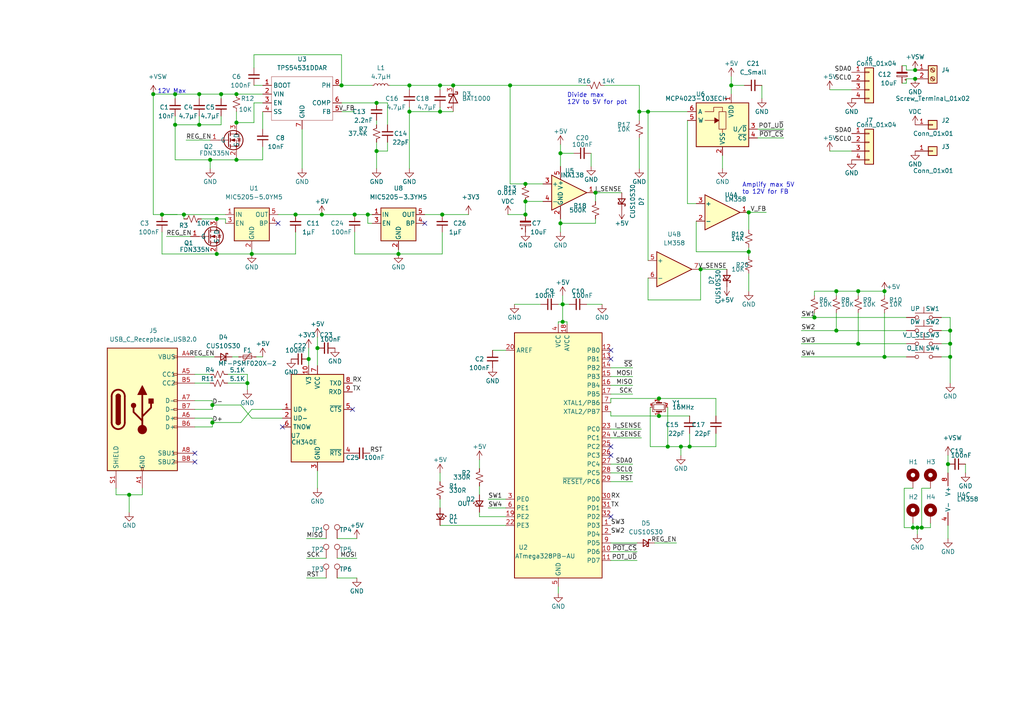
<source format=kicad_sch>
(kicad_sch (version 20200714) (host eeschema "(5.99.0-2671-gfc0a358ba)")
  (page 1 1)
  (paper "A4")
  (junction (at 37.465 143.51) (diameter 1.016))
  (junction (at 44.45 27.305) (diameter 1.016))
  (junction (at 46.99 62.23) (diameter 1.016))
  (junction (at 50.8 27.305) (diameter 1.016))
  (junction (at 50.8 36.195) (diameter 1.016))
  (junction (at 53.34 62.23) (diameter 1.016))
  (junction (at 57.785 27.305) (diameter 1.016))
  (junction (at 57.785 36.195) (diameter 1.016))
  (junction (at 60.96 46.355) (diameter 1.016))
  (junction (at 61.595 117.475) (diameter 1.016))
  (junction (at 61.595 122.555) (diameter 1.016))
  (junction (at 62.865 63.5) (diameter 1.016))
  (junction (at 62.865 73.66) (diameter 1.016))
  (junction (at 64.135 27.305) (diameter 1.016))
  (junction (at 68.58 27.305) (diameter 1.016))
  (junction (at 68.58 35.56) (diameter 1.016))
  (junction (at 68.58 46.355) (diameter 1.016))
  (junction (at 71.755 111.125) (diameter 1.016))
  (junction (at 73.025 73.66) (diameter 1.016))
  (junction (at 85.725 62.23) (diameter 1.016))
  (junction (at 89.535 104.14) (diameter 1.016))
  (junction (at 92.075 100.965) (diameter 1.016))
  (junction (at 93.345 62.23) (diameter 1.016))
  (junction (at 99.06 24.765) (diameter 1.016))
  (junction (at 102.87 62.23) (diameter 1.016))
  (junction (at 106.68 62.23) (diameter 1.016))
  (junction (at 109.22 29.845) (diameter 1.016))
  (junction (at 109.22 43.815) (diameter 1.016))
  (junction (at 115.57 73.66) (diameter 1.016))
  (junction (at 118.745 24.765) (diameter 1.016))
  (junction (at 118.745 32.385) (diameter 1.016))
  (junction (at 127.635 24.765) (diameter 1.016))
  (junction (at 127.635 32.385) (diameter 1.016))
  (junction (at 128.27 62.23) (diameter 1.016))
  (junction (at 131.445 24.765) (diameter 1.016))
  (junction (at 147.955 24.765) (diameter 1.016))
  (junction (at 152.4 53.34) (diameter 1.016))
  (junction (at 152.4 58.42) (diameter 1.016))
  (junction (at 152.4 62.23) (diameter 1.016))
  (junction (at 162.56 44.45) (diameter 1.016))
  (junction (at 162.56 64.77) (diameter 1.016))
  (junction (at 163.195 88.265) (diameter 1.016))
  (junction (at 163.195 93.345) (diameter 1.016))
  (junction (at 172.72 55.88) (diameter 1.016))
  (junction (at 185.42 32.385) (diameter 1.016))
  (junction (at 187.96 32.385) (diameter 1.016))
  (junction (at 191.135 115.57) (diameter 1.016))
  (junction (at 191.135 120.65) (diameter 1.016))
  (junction (at 193.675 129.54) (diameter 1.016))
  (junction (at 197.485 129.54) (diameter 1.016))
  (junction (at 200.025 129.54) (diameter 1.016))
  (junction (at 203.2 78.105) (diameter 1.016))
  (junction (at 212.09 24.765) (diameter 1.016))
  (junction (at 217.17 61.595) (diameter 1.016))
  (junction (at 217.17 73.025) (diameter 1.016))
  (junction (at 236.22 92.075) (diameter 1.016))
  (junction (at 242.57 84.455) (diameter 1.016))
  (junction (at 242.57 95.885) (diameter 1.016))
  (junction (at 248.92 84.455) (diameter 1.016))
  (junction (at 248.92 99.695) (diameter 1.016))
  (junction (at 256.54 84.455) (diameter 1.016))
  (junction (at 256.54 103.505) (diameter 1.016))
  (junction (at 264.795 153.035) (diameter 1.016))
  (junction (at 265.43 20.32) (diameter 1.016))
  (junction (at 265.43 22.86) (diameter 1.016))
  (junction (at 266.065 153.035) (diameter 1.016))
  (junction (at 267.335 153.035) (diameter 1.016))
  (junction (at 274.955 134.62) (diameter 1.016))
  (junction (at 275.59 95.885) (diameter 1.016))
  (junction (at 275.59 99.695) (diameter 1.016))
  (junction (at 275.59 103.505) (diameter 1.016))
  (no_connect (at 81.915 123.825))
  (no_connect (at 123.19 64.77))
  (no_connect (at 177.165 104.14))
  (no_connect (at 102.235 118.745))
  (no_connect (at 80.645 64.77))
  (no_connect (at 177.165 129.54))
  (no_connect (at 56.515 133.985))
  (no_connect (at 177.165 132.08))
  (no_connect (at 177.165 101.6))
  (no_connect (at 177.165 149.86))
  (no_connect (at 56.515 131.445))
  (wire (pts (xy 33.655 141.605) (xy 33.655 143.51)))
  (wire (pts (xy 37.465 143.51) (xy 33.655 143.51)))
  (wire (pts (xy 37.465 143.51) (xy 41.275 143.51)))
  (wire (pts (xy 37.465 148.59) (xy 37.465 143.51)))
  (wire (pts (xy 41.275 143.51) (xy 41.275 141.605)))
  (wire (pts (xy 44.45 27.305) (xy 50.8 27.305)))
  (wire (pts (xy 44.45 62.23) (xy 44.45 27.305)))
  (wire (pts (xy 44.45 62.23) (xy 46.99 62.23)))
  (wire (pts (xy 46.99 62.23) (xy 51.435 62.23)))
  (wire (pts (xy 46.99 62.23) (xy 53.34 62.23)))
  (wire (pts (xy 46.99 67.31) (xy 46.99 73.66)))
  (wire (pts (xy 46.99 73.66) (xy 62.865 73.66)))
  (wire (pts (xy 48.26 68.58) (xy 55.245 68.58)))
  (wire (pts (xy 50.8 27.305) (xy 50.8 28.575)))
  (wire (pts (xy 50.8 27.305) (xy 57.785 27.305)))
  (wire (pts (xy 50.8 33.655) (xy 50.8 36.195)))
  (wire (pts (xy 50.8 36.195) (xy 50.8 46.355)))
  (wire (pts (xy 50.8 36.195) (xy 57.785 36.195)))
  (wire (pts (xy 50.8 46.355) (xy 60.96 46.355)))
  (wire (pts (xy 53.34 62.23) (xy 53.34 63.5)))
  (wire (pts (xy 53.34 62.23) (xy 65.405 62.23)))
  (wire (pts (xy 53.975 40.64) (xy 60.96 40.64)))
  (wire (pts (xy 56.515 111.125) (xy 60.96 111.125)))
  (wire (pts (xy 56.515 116.205) (xy 61.595 116.205)))
  (wire (pts (xy 56.515 121.285) (xy 61.595 121.285)))
  (wire (pts (xy 57.785 27.305) (xy 57.785 28.575)))
  (wire (pts (xy 57.785 27.305) (xy 64.135 27.305)))
  (wire (pts (xy 57.785 33.655) (xy 57.785 36.195)))
  (wire (pts (xy 57.785 36.195) (xy 64.135 36.195)))
  (wire (pts (xy 58.42 63.5) (xy 62.865 63.5)))
  (wire (pts (xy 60.96 46.355) (xy 60.96 48.895)))
  (wire (pts (xy 60.96 46.355) (xy 68.58 46.355)))
  (wire (pts (xy 60.96 108.585) (xy 56.515 108.585)))
  (wire (pts (xy 61.595 116.205) (xy 61.595 117.475)))
  (wire (pts (xy 61.595 117.475) (xy 61.595 118.745)))
  (wire (pts (xy 61.595 117.475) (xy 69.85 117.475)))
  (wire (pts (xy 61.595 118.745) (xy 56.515 118.745)))
  (wire (pts (xy 61.595 121.285) (xy 61.595 122.555)))
  (wire (pts (xy 61.595 122.555) (xy 61.595 123.825)))
  (wire (pts (xy 61.595 123.825) (xy 56.515 123.825)))
  (wire (pts (xy 62.23 103.505) (xy 56.515 103.505)))
  (wire (pts (xy 62.865 73.66) (xy 73.025 73.66)))
  (wire (pts (xy 64.135 27.305) (xy 64.135 28.575)))
  (wire (pts (xy 64.135 27.305) (xy 68.58 27.305)))
  (wire (pts (xy 64.135 36.195) (xy 64.135 33.655)))
  (wire (pts (xy 65.405 63.5) (xy 62.865 63.5)))
  (wire (pts (xy 65.405 64.77) (xy 65.405 63.5)))
  (wire (pts (xy 66.04 108.585) (xy 71.755 108.585)))
  (wire (pts (xy 67.31 103.505) (xy 69.215 103.505)))
  (wire (pts (xy 68.58 27.305) (xy 76.2 27.305)))
  (wire (pts (xy 68.58 32.385) (xy 68.58 35.56)))
  (wire (pts (xy 68.58 35.56) (xy 73.66 35.56)))
  (wire (pts (xy 68.58 45.72) (xy 68.58 46.355)))
  (wire (pts (xy 68.58 46.355) (xy 76.2 46.355)))
  (wire (pts (xy 69.85 117.475) (xy 73.025 121.285)))
  (wire (pts (xy 69.85 122.555) (xy 61.595 122.555)))
  (wire (pts (xy 71.755 108.585) (xy 71.755 111.125)))
  (wire (pts (xy 71.755 111.125) (xy 66.04 111.125)))
  (wire (pts (xy 71.755 111.125) (xy 71.755 113.03)))
  (wire (pts (xy 73.025 72.39) (xy 73.025 73.66)))
  (wire (pts (xy 73.025 73.66) (xy 85.725 73.66)))
  (wire (pts (xy 73.025 118.745) (xy 69.85 122.555)))
  (wire (pts (xy 73.025 121.285) (xy 81.915 121.285)))
  (wire (pts (xy 73.66 15.875) (xy 99.06 15.875)))
  (wire (pts (xy 73.66 19.685) (xy 73.66 15.875)))
  (wire (pts (xy 73.66 24.765) (xy 76.2 24.765)))
  (wire (pts (xy 73.66 29.845) (xy 76.2 29.845)))
  (wire (pts (xy 73.66 35.56) (xy 73.66 29.845)))
  (wire (pts (xy 74.295 103.505) (xy 76.2 103.505)))
  (wire (pts (xy 76.2 32.385) (xy 76.2 37.465)))
  (wire (pts (xy 76.2 42.545) (xy 76.2 46.355)))
  (wire (pts (xy 80.645 62.23) (xy 85.725 62.23)))
  (wire (pts (xy 81.915 118.745) (xy 73.025 118.745)))
  (wire (pts (xy 85.725 62.23) (xy 93.345 62.23)))
  (wire (pts (xy 85.725 73.66) (xy 85.725 67.31)))
  (wire (pts (xy 87.63 37.465) (xy 87.63 48.895)))
  (wire (pts (xy 88.9 156.21) (xy 94.615 156.21)))
  (wire (pts (xy 88.9 161.925) (xy 94.615 161.925)))
  (wire (pts (xy 88.9 167.64) (xy 94.615 167.64)))
  (wire (pts (xy 89.535 100.965) (xy 89.535 104.14)))
  (wire (pts (xy 89.535 104.14) (xy 89.535 106.045)))
  (wire (pts (xy 92.075 97.79) (xy 92.075 100.965)))
  (wire (pts (xy 92.075 100.965) (xy 92.075 106.045)))
  (wire (pts (xy 92.075 141.605) (xy 92.075 136.525)))
  (wire (pts (xy 97.79 156.21) (xy 103.505 156.21)))
  (wire (pts (xy 97.79 161.925) (xy 103.505 161.925)))
  (wire (pts (xy 97.79 167.64) (xy 103.505 167.64)))
  (wire (pts (xy 99.06 15.875) (xy 99.06 24.765)))
  (wire (pts (xy 99.06 24.765) (xy 107.95 24.765)))
  (wire (pts (xy 99.06 29.845) (xy 109.22 29.845)))
  (wire (pts (xy 99.06 32.385) (xy 102.87 32.385)))
  (wire (pts (xy 102.87 62.23) (xy 93.345 62.23)))
  (wire (pts (xy 102.87 62.23) (xy 106.68 62.23)))
  (wire (pts (xy 102.87 67.31) (xy 102.87 73.66)))
  (wire (pts (xy 102.87 73.66) (xy 115.57 73.66)))
  (wire (pts (xy 106.68 62.23) (xy 107.95 62.23)))
  (wire (pts (xy 106.68 64.77) (xy 106.68 62.23)))
  (wire (pts (xy 107.95 64.77) (xy 106.68 64.77)))
  (wire (pts (xy 109.22 34.925) (xy 109.22 36.195)))
  (wire (pts (xy 109.22 43.815) (xy 109.22 41.275)))
  (wire (pts (xy 109.22 43.815) (xy 109.22 48.895)))
  (wire (pts (xy 112.395 29.845) (xy 109.22 29.845)))
  (wire (pts (xy 112.395 36.195) (xy 112.395 29.845)))
  (wire (pts (xy 112.395 41.275) (xy 112.395 43.815)))
  (wire (pts (xy 112.395 43.815) (xy 109.22 43.815)))
  (wire (pts (xy 113.03 24.765) (xy 118.745 24.765)))
  (wire (pts (xy 115.57 72.39) (xy 115.57 73.66)))
  (wire (pts (xy 115.57 73.66) (xy 128.27 73.66)))
  (wire (pts (xy 118.745 24.765) (xy 118.745 26.035)))
  (wire (pts (xy 118.745 24.765) (xy 127.635 24.765)))
  (wire (pts (xy 118.745 31.115) (xy 118.745 32.385)))
  (wire (pts (xy 118.745 32.385) (xy 118.745 48.895)))
  (wire (pts (xy 123.19 62.23) (xy 128.27 62.23)))
  (wire (pts (xy 127.635 24.765) (xy 127.635 26.035)))
  (wire (pts (xy 127.635 24.765) (xy 131.445 24.765)))
  (wire (pts (xy 127.635 31.115) (xy 127.635 32.385)))
  (wire (pts (xy 127.635 32.385) (xy 118.745 32.385)))
  (wire (pts (xy 127.635 32.385) (xy 131.445 32.385)))
  (wire (pts (xy 127.635 137.16) (xy 127.635 139.7)))
  (wire (pts (xy 127.635 144.78) (xy 127.635 147.32)))
  (wire (pts (xy 127.635 152.4) (xy 146.685 152.4)))
  (wire (pts (xy 128.27 62.23) (xy 135.89 62.23)))
  (wire (pts (xy 128.27 73.66) (xy 128.27 67.31)))
  (wire (pts (xy 131.445 24.765) (xy 147.955 24.765)))
  (wire (pts (xy 139.065 133.35) (xy 139.065 135.89)))
  (wire (pts (xy 139.065 140.97) (xy 139.065 143.51)))
  (wire (pts (xy 139.065 148.59) (xy 139.065 149.86)))
  (wire (pts (xy 139.065 149.86) (xy 146.685 149.86)))
  (wire (pts (xy 141.605 144.78) (xy 146.685 144.78)))
  (wire (pts (xy 141.605 147.32) (xy 146.685 147.32)))
  (wire (pts (xy 142.875 101.6) (xy 146.685 101.6)))
  (wire (pts (xy 147.32 62.23) (xy 152.4 62.23)))
  (wire (pts (xy 147.955 24.765) (xy 147.955 53.34)))
  (wire (pts (xy 147.955 24.765) (xy 170.18 24.765)))
  (wire (pts (xy 147.955 53.34) (xy 152.4 53.34)))
  (wire (pts (xy 149.225 88.265) (xy 156.845 88.265)))
  (wire (pts (xy 152.4 53.34) (xy 157.48 53.34)))
  (wire (pts (xy 152.4 58.42) (xy 152.4 62.23)))
  (wire (pts (xy 152.4 58.42) (xy 157.48 58.42)))
  (wire (pts (xy 161.925 93.345) (xy 163.195 93.345)))
  (wire (pts (xy 161.925 93.98) (xy 161.925 93.345)))
  (wire (pts (xy 161.925 172.085) (xy 161.925 170.18)))
  (wire (pts (xy 162.56 41.91) (xy 162.56 44.45)))
  (wire (pts (xy 162.56 44.45) (xy 162.56 48.26)))
  (wire (pts (xy 162.56 44.45) (xy 166.37 44.45)))
  (wire (pts (xy 162.56 64.77) (xy 162.56 63.5)))
  (wire (pts (xy 162.56 64.77) (xy 172.72 64.77)))
  (wire (pts (xy 162.56 67.31) (xy 162.56 64.77)))
  (wire (pts (xy 163.195 85.725) (xy 163.195 88.265)))
  (wire (pts (xy 163.195 88.265) (xy 161.925 88.265)))
  (wire (pts (xy 163.195 88.265) (xy 163.195 93.345)))
  (wire (pts (xy 163.195 88.265) (xy 165.1 88.265)))
  (wire (pts (xy 163.195 93.345) (xy 164.465 93.345)))
  (wire (pts (xy 164.465 93.345) (xy 164.465 93.98)))
  (wire (pts (xy 170.18 88.265) (xy 174.625 88.265)))
  (wire (pts (xy 171.45 44.45) (xy 171.45 48.26)))
  (wire (pts (xy 172.72 55.88) (xy 172.72 58.42)))
  (wire (pts (xy 172.72 55.88) (xy 180.34 55.88)))
  (wire (pts (xy 172.72 63.5) (xy 172.72 64.77)))
  (wire (pts (xy 177.165 106.68) (xy 183.515 106.68)))
  (wire (pts (xy 177.165 109.22) (xy 183.515 109.22)))
  (wire (pts (xy 177.165 111.76) (xy 183.515 111.76)))
  (wire (pts (xy 177.165 114.3) (xy 183.515 114.3)))
  (wire (pts (xy 177.165 115.57) (xy 177.165 116.84)))
  (wire (pts (xy 177.165 115.57) (xy 191.135 115.57)))
  (wire (pts (xy 177.165 119.38) (xy 177.165 120.65)))
  (wire (pts (xy 177.165 120.65) (xy 191.135 120.65)))
  (wire (pts (xy 177.165 124.46) (xy 186.055 124.46)))
  (wire (pts (xy 177.165 127) (xy 186.055 127)))
  (wire (pts (xy 177.165 134.62) (xy 183.515 134.62)))
  (wire (pts (xy 177.165 137.16) (xy 183.515 137.16)))
  (wire (pts (xy 177.165 139.7) (xy 183.515 139.7)))
  (wire (pts (xy 177.165 157.48) (xy 184.785 157.48)))
  (wire (pts (xy 177.165 160.02) (xy 184.785 160.02)))
  (wire (pts (xy 177.165 162.56) (xy 184.785 162.56)))
  (wire (pts (xy 185.42 24.765) (xy 175.26 24.765)))
  (wire (pts (xy 185.42 24.765) (xy 185.42 32.385)))
  (wire (pts (xy 185.42 32.385) (xy 185.42 34.925)))
  (wire (pts (xy 185.42 40.005) (xy 185.42 48.895)))
  (wire (pts (xy 187.96 32.385) (xy 185.42 32.385)))
  (wire (pts (xy 187.96 32.385) (xy 187.96 75.565)))
  (wire (pts (xy 187.96 80.645) (xy 187.96 86.995)))
  (wire (pts (xy 187.96 86.995) (xy 203.2 86.995)))
  (wire (pts (xy 188.595 118.11) (xy 188.595 129.54)))
  (wire (pts (xy 188.595 129.54) (xy 193.675 129.54)))
  (wire (pts (xy 189.865 157.48) (xy 196.215 157.48)))
  (wire (pts (xy 191.135 120.65) (xy 200.025 120.65)))
  (wire (pts (xy 193.675 118.11) (xy 193.675 129.54)))
  (wire (pts (xy 193.675 129.54) (xy 197.485 129.54)))
  (wire (pts (xy 197.485 129.54) (xy 197.485 132.08)))
  (wire (pts (xy 197.485 129.54) (xy 200.025 129.54)))
  (wire (pts (xy 199.39 32.385) (xy 187.96 32.385)))
  (wire (pts (xy 199.39 59.055) (xy 199.39 34.925)))
  (wire (pts (xy 200.025 125.73) (xy 200.025 129.54)))
  (wire (pts (xy 200.025 129.54) (xy 207.645 129.54)))
  (wire (pts (xy 201.93 59.055) (xy 199.39 59.055)))
  (wire (pts (xy 201.93 73.025) (xy 201.93 64.135)))
  (wire (pts (xy 203.2 78.105) (xy 210.82 78.105)))
  (wire (pts (xy 203.2 86.995) (xy 203.2 78.105)))
  (wire (pts (xy 207.645 115.57) (xy 191.135 115.57)))
  (wire (pts (xy 207.645 120.65) (xy 207.645 115.57)))
  (wire (pts (xy 207.645 129.54) (xy 207.645 125.73)))
  (wire (pts (xy 209.55 45.085) (xy 209.55 48.895)))
  (wire (pts (xy 212.09 22.225) (xy 212.09 24.765)))
  (wire (pts (xy 212.09 24.765) (xy 212.09 27.305)))
  (wire (pts (xy 212.09 24.765) (xy 215.9 24.765)))
  (wire (pts (xy 217.17 61.595) (xy 217.17 66.675)))
  (wire (pts (xy 217.17 61.595) (xy 222.25 61.595)))
  (wire (pts (xy 217.17 71.755) (xy 217.17 73.025)))
  (wire (pts (xy 217.17 73.025) (xy 201.93 73.025)))
  (wire (pts (xy 217.17 73.025) (xy 217.17 74.295)))
  (wire (pts (xy 217.17 79.375) (xy 217.17 84.455)))
  (wire (pts (xy 219.71 37.465) (xy 227.33 37.465)))
  (wire (pts (xy 219.71 40.005) (xy 227.33 40.005)))
  (wire (pts (xy 220.98 24.765) (xy 220.98 28.575)))
  (wire (pts (xy 232.41 92.075) (xy 236.22 92.075)))
  (wire (pts (xy 232.41 95.885) (xy 242.57 95.885)))
  (wire (pts (xy 232.41 99.695) (xy 248.92 99.695)))
  (wire (pts (xy 232.41 103.505) (xy 256.54 103.505)))
  (wire (pts (xy 236.22 84.455) (xy 242.57 84.455)))
  (wire (pts (xy 236.22 85.725) (xy 236.22 84.455)))
  (wire (pts (xy 236.22 90.805) (xy 236.22 92.075)))
  (wire (pts (xy 236.22 92.075) (xy 262.89 92.075)))
  (wire (pts (xy 240.665 26.035) (xy 247.015 26.035)))
  (wire (pts (xy 240.665 43.815) (xy 247.015 43.815)))
  (wire (pts (xy 242.57 84.455) (xy 242.57 85.725)))
  (wire (pts (xy 242.57 84.455) (xy 248.92 84.455)))
  (wire (pts (xy 242.57 90.805) (xy 242.57 95.885)))
  (wire (pts (xy 248.92 84.455) (xy 248.92 85.725)))
  (wire (pts (xy 248.92 84.455) (xy 256.54 84.455)))
  (wire (pts (xy 248.92 90.805) (xy 248.92 99.695)))
  (wire (pts (xy 248.92 99.695) (xy 262.89 99.695)))
  (wire (pts (xy 256.54 84.455) (xy 256.54 85.725)))
  (wire (pts (xy 256.54 90.805) (xy 256.54 103.505)))
  (wire (pts (xy 256.54 103.505) (xy 262.89 103.505)))
  (wire (pts (xy 261.62 19.05) (xy 262.89 19.05)))
  (wire (pts (xy 261.62 24.13) (xy 262.89 24.13)))
  (wire (pts (xy 262.255 141.605) (xy 262.255 153.035)))
  (wire (pts (xy 262.255 153.035) (xy 264.795 153.035)))
  (wire (pts (xy 262.89 19.05) (xy 262.89 20.32)))
  (wire (pts (xy 262.89 20.32) (xy 265.43 20.32)))
  (wire (pts (xy 262.89 22.86) (xy 265.43 22.86)))
  (wire (pts (xy 262.89 24.13) (xy 262.89 22.86)))
  (wire (pts (xy 262.89 95.885) (xy 242.57 95.885)))
  (wire (pts (xy 264.795 141.605) (xy 262.255 141.605)))
  (wire (pts (xy 264.795 151.765) (xy 264.795 153.035)))
  (wire (pts (xy 264.795 153.035) (xy 266.065 153.035)))
  (wire (pts (xy 266.065 153.035) (xy 266.065 154.94)))
  (wire (pts (xy 266.065 153.035) (xy 267.335 153.035)))
  (wire (pts (xy 267.335 141.605) (xy 267.335 153.035)))
  (wire (pts (xy 267.335 153.035) (xy 269.875 153.035)))
  (wire (pts (xy 269.875 141.605) (xy 267.335 141.605)))
  (wire (pts (xy 269.875 153.035) (xy 269.875 151.765)))
  (wire (pts (xy 273.05 92.075) (xy 275.59 92.075)))
  (wire (pts (xy 273.05 95.885) (xy 275.59 95.885)))
  (wire (pts (xy 273.05 99.695) (xy 275.59 99.695)))
  (wire (pts (xy 274.955 132.08) (xy 274.955 134.62)))
  (wire (pts (xy 274.955 134.62) (xy 274.955 137.16)))
  (wire (pts (xy 274.955 156.21) (xy 274.955 152.4)))
  (wire (pts (xy 275.59 92.075) (xy 275.59 95.885)))
  (wire (pts (xy 275.59 95.885) (xy 275.59 99.695)))
  (wire (pts (xy 275.59 99.695) (xy 275.59 103.505)))
  (wire (pts (xy 275.59 103.505) (xy 273.05 103.505)))
  (wire (pts (xy 275.59 103.505) (xy 275.59 111.125)))
  (wire (pts (xy 280.035 134.62) (xy 280.035 137.16)))
  (text "12V Max" (at 53.975 27.305 180) (effects (font (size 1.27 1.27)) (justify right bottom)))
  (text "Divide max \n12V to 5V for pot" (at 164.465 30.48 0) (effects (font (size 1.27 1.27)) (justify left bottom)))
  (text "Amplify max 5V \nto 12V for FB" (at 215.265 56.515 0) (effects (font (size 1.27 1.27)) (justify left bottom)))
  (label "REG_EN" (at 48.26 68.58 0))
  (label "REG_EN" (at 53.975 40.64 0))
  (label "D-" (at 61.595 117.475 0))
  (label "D+" (at 61.595 122.555 0))
  (label "REG_EN" (at 62.23 103.505 180))
  (label "MISO" (at 88.9 156.21 0))
  (label "SCK" (at 88.9 161.925 0))
  (label "RST" (at 88.9 167.64 0))
  (label "RX" (at 102.235 111.125 0))
  (label "TX" (at 102.235 113.665 0))
  (label "V_FB" (at 102.87 32.385 180))
  (label "MOSI" (at 103.505 161.925 180))
  (label "RST" (at 107.315 131.445 0))
  (label "SW1" (at 141.605 144.78 0))
  (label "SW4" (at 141.605 147.32 0))
  (label "RX" (at 177.165 144.78 0))
  (label "TX" (at 177.165 147.32 0))
  (label "SW3" (at 177.165 152.4 0))
  (label "SW2" (at 177.165 154.94 0))
  (label "I_SENSE" (at 180.34 55.88 180))
  (label "~SS" (at 183.515 106.68 180))
  (label "MOSI" (at 183.515 109.22 180))
  (label "MISO" (at 183.515 111.76 180))
  (label "SCK" (at 183.515 114.3 180))
  (label "SDA0" (at 183.515 134.62 180))
  (label "SCL0" (at 183.515 137.16 180))
  (label "RST" (at 183.515 139.7 180))
  (label "~POT_CS" (at 184.785 160.02 180))
  (label "POT_U~D" (at 184.785 162.56 180))
  (label "I_SENSE" (at 186.055 124.46 180))
  (label "V_SENSE" (at 186.055 127 180))
  (label "REG_EN" (at 196.215 157.48 180))
  (label "V_SENSE" (at 210.82 78.105 180))
  (label "V_FB" (at 222.25 61.595 180))
  (label "POT_U~D" (at 227.33 37.465 180))
  (label "~POT_CS" (at 227.33 40.005 180))
  (label "SW1" (at 232.41 92.075 0))
  (label "SW2" (at 232.41 95.885 0))
  (label "SW3" (at 232.41 99.695 0))
  (label "SW4" (at 232.41 103.505 0))
  (label "SDA0" (at 247.015 20.955 180))
  (label "SCL0" (at 247.015 23.495 180))
  (label "SDA0" (at 247.015 38.735 180))
  (label "SCL0" (at 247.015 41.275 180))
  (symbol (lib_id "Device:L_Small") (at 110.49 24.765 90) (unit 1)
    (property "Reference" "L1" (at 110.49 19.685 90))
    (property "Value" "4.7µH" (at 110.49 22.225 90))
    (property "Footprint" "Inductor_SMD:L_Bourns_SRR1260" (effects hide))
  )
  (symbol (lib_id "Connector:TestPoint") (at 94.615 156.21 0) (mirror y) (unit 1)
    (property "Reference" "TP1" (at 93.98 153.67 0) (effects (justify left)))
    (property "Value" "TestPoint" (effects hide))
    (property "Footprint" "TestPoint:TestPoint_Pad_D1.0mm" (effects hide))
  )
  (symbol (lib_id "Connector:TestPoint") (at 94.615 161.925 0) (mirror y) (unit 1)
    (property "Reference" "TP2" (at 93.98 159.385 0) (effects (justify left)))
    (property "Value" "TestPoint" (effects hide))
    (property "Footprint" "TestPoint:TestPoint_Pad_D1.0mm" (effects hide))
  )
  (symbol (lib_id "Connector:TestPoint") (at 94.615 167.64 0) (mirror y) (unit 1)
    (property "Reference" "TP3" (at 93.98 165.1 0) (effects (justify left)))
    (property "Value" "TestPoint" (effects hide))
    (property "Footprint" "TestPoint:TestPoint_Pad_D1.0mm" (effects hide))
  )
  (symbol (lib_id "Connector:TestPoint") (at 97.79 156.21 0) (unit 1)
    (property "Reference" "TP4" (at 98.425 153.67 0) (effects (justify left)))
    (property "Value" "TestPoint" (effects hide))
    (property "Footprint" "TestPoint:TestPoint_Pad_D1.0mm" (effects hide))
  )
  (symbol (lib_id "Connector:TestPoint") (at 97.79 161.925 0) (unit 1)
    (property "Reference" "TP5" (at 98.425 159.385 0) (effects (justify left)))
    (property "Value" "TestPoint" (effects hide))
    (property "Footprint" "TestPoint:TestPoint_Pad_D1.0mm" (effects hide))
  )
  (symbol (lib_id "Connector:TestPoint") (at 97.79 167.64 0) (unit 1)
    (property "Reference" "TP6" (at 98.425 165.1 0) (effects (justify left)))
    (property "Value" "TestPoint" (effects hide))
    (property "Footprint" "TestPoint:TestPoint_Pad_D1.0mm" (effects hide))
  )
  (symbol (lib_id "power:+VSW") (at 44.45 27.305 0) (unit 1)
    (property "Reference" "#PWR0111" (effects hide))
    (property "Value" "+VSW" (at 45.72 22.225 0))
  )
  (symbol (lib_id "power:+5V") (at 76.2 103.505 0) (unit 1)
    (property "Reference" "#PWR0151" (effects hide))
    (property "Value" "+5V" (at 76.2 99.695 0))
  )
  (symbol (lib_id "power:+3V3") (at 89.535 100.965 0) (unit 1)
    (property "Reference" "#PWR0138" (effects hide))
    (property "Value" "+3V3" (at 88.9 97.155 0))
  )
  (symbol (lib_id "power:+5V") (at 92.075 97.79 0) (unit 1)
    (property "Reference" "#PWR0146" (effects hide))
    (property "Value" "+5V" (at 92.075 93.98 0))
  )
  (symbol (lib_id "power:+5V") (at 93.345 62.23 0) (unit 1)
    (property "Reference" "#PWR0112" (effects hide))
    (property "Value" "+5V" (at 93.345 58.42 0))
  )
  (symbol (lib_id "power:+5V") (at 103.505 156.21 0) (unit 1)
    (property "Reference" "#PWR0119" (effects hide))
    (property "Value" "+5V" (at 103.505 152.4 0))
  )
  (symbol (lib_id "power:+5V") (at 127.635 137.16 0) (unit 1)
    (property "Reference" "#PWR0137" (effects hide))
    (property "Value" "+5V" (at 127.635 133.35 0))
  )
  (symbol (lib_id "power:+3V3") (at 135.89 62.23 0) (unit 1)
    (property "Reference" "#PWR0134" (effects hide))
    (property "Value" "+3V3" (at 136.525 57.15 0))
  )
  (symbol (lib_id "power:+5V") (at 139.065 133.35 0) (unit 1)
    (property "Reference" "#PWR0136" (effects hide))
    (property "Value" "+5V" (at 139.065 129.54 0))
  )
  (symbol (lib_id "power:VDC") (at 147.32 62.23 0) (mirror y) (unit 1)
    (property "Reference" "#PWR0133" (effects hide))
    (property "Value" "VDC" (at 147.32 58.42 0))
  )
  (symbol (lib_id "power:+5V") (at 162.56 41.91 0) (unit 1)
    (property "Reference" "#PWR0125" (effects hide))
    (property "Value" "+5V" (at 162.56 38.1 0))
  )
  (symbol (lib_id "power:+5V") (at 163.195 85.725 0) (unit 1)
    (property "Reference" "#PWR0110" (effects hide))
    (property "Value" "+5V" (at 163.195 81.915 0))
  )
  (symbol (lib_id "power:+5V") (at 180.34 60.96 180) (unit 1)
    (property "Reference" "#PWR?" (effects hide))
    (property "Value" "+5V" (at 180.34 64.77 0))
  )
  (symbol (lib_id "power:+5V") (at 210.82 83.185 180) (unit 1)
    (property "Reference" "#PWR?" (effects hide))
    (property "Value" "+5V" (at 210.82 86.995 0))
  )
  (symbol (lib_id "power:+5V") (at 212.09 22.225 0) (unit 1)
    (property "Reference" "#PWR0116" (effects hide))
    (property "Value" "+5V" (at 212.09 18.415 0))
  )
  (symbol (lib_id "power:+5V") (at 240.665 26.035 0) (unit 1)
    (property "Reference" "#PWR0142" (effects hide))
    (property "Value" "+5V" (at 240.665 22.225 0))
  )
  (symbol (lib_id "power:+5V") (at 240.665 43.815 0) (unit 1)
    (property "Reference" "#PWR0145" (effects hide))
    (property "Value" "+5V" (at 240.665 40.005 0))
  )
  (symbol (lib_id "power:+5V") (at 256.54 84.455 0) (unit 1)
    (property "Reference" "#PWR0135" (effects hide))
    (property "Value" "+5V" (at 259.08 83.185 0))
  )
  (symbol (lib_id "power:+VSW") (at 265.43 20.32 0) (unit 1)
    (property "Reference" "#PWR0128" (effects hide))
    (property "Value" "+VSW" (at 265.43 16.51 0))
  )
  (symbol (lib_id "power:VDC") (at 265.43 36.195 0) (unit 1)
    (property "Reference" "#PWR0129" (effects hide))
    (property "Value" "VDC" (at 265.43 32.385 0))
  )
  (symbol (lib_id "power:+VSW") (at 274.955 132.08 0) (unit 1)
    (property "Reference" "#PWR0108" (effects hide))
    (property "Value" "+VSW" (at 276.225 127 0))
  )
  (symbol (lib_id "power:GND") (at 37.465 148.59 0) (unit 1)
    (property "Reference" "#PWR0147" (effects hide))
    (property "Value" "GND" (at 37.465 152.4 0))
  )
  (symbol (lib_id "power:GND") (at 60.96 48.895 0) (unit 1)
    (property "Reference" "#PWR0102" (effects hide))
    (property "Value" "GND" (at 60.96 52.705 0))
  )
  (symbol (lib_id "power:GND") (at 71.755 113.03 0) (unit 1)
    (property "Reference" "#PWR0150" (effects hide))
    (property "Value" "GND" (at 71.755 116.84 0))
  )
  (symbol (lib_id "power:GND") (at 73.025 73.66 0) (unit 1)
    (property "Reference" "#PWR0106" (effects hide))
    (property "Value" "GND" (at 73.025 77.47 0))
  )
  (symbol (lib_id "power:GND") (at 84.455 104.14 0) (unit 1)
    (property "Reference" "#PWR0149" (effects hide))
    (property "Value" "GND" (at 84.455 107.95 0))
  )
  (symbol (lib_id "power:GND") (at 87.63 48.895 0) (unit 1)
    (property "Reference" "#PWR0101" (effects hide))
    (property "Value" "GND" (at 87.63 52.705 0))
  )
  (symbol (lib_id "power:GND") (at 92.075 141.605 0) (unit 1)
    (property "Reference" "#PWR0148" (effects hide))
    (property "Value" "GND" (at 92.075 145.415 0))
  )
  (symbol (lib_id "power:GND") (at 97.155 100.965 0) (unit 1)
    (property "Reference" "#PWR0139" (effects hide))
    (property "Value" "GND" (at 97.155 104.775 0))
  )
  (symbol (lib_id "power:GND") (at 103.505 167.64 0) (unit 1)
    (property "Reference" "#PWR0118" (effects hide))
    (property "Value" "GND" (at 103.505 171.45 0))
  )
  (symbol (lib_id "power:GND") (at 109.22 48.895 0) (unit 1)
    (property "Reference" "#PWR0122" (effects hide))
    (property "Value" "GND" (at 109.22 52.705 0))
  )
  (symbol (lib_id "power:GND") (at 115.57 73.66 0) (unit 1)
    (property "Reference" "#PWR0126" (effects hide))
    (property "Value" "GND" (at 115.57 77.47 0))
  )
  (symbol (lib_id "power:GND") (at 118.745 48.895 0) (unit 1)
    (property "Reference" "#PWR0121" (effects hide))
    (property "Value" "GND" (at 118.745 52.705 0))
  )
  (symbol (lib_id "power:GND") (at 142.875 106.68 0) (unit 1)
    (property "Reference" "#PWR0104" (effects hide))
    (property "Value" "GND" (at 142.875 110.49 0))
  )
  (symbol (lib_id "power:GND") (at 149.225 88.265 0) (unit 1)
    (property "Reference" "#PWR0109" (effects hide))
    (property "Value" "GND" (at 149.225 92.075 0))
  )
  (symbol (lib_id "power:GND") (at 152.4 67.31 0) (mirror y) (unit 1)
    (property "Reference" "#PWR0141" (effects hide))
    (property "Value" "GND" (at 152.4 71.12 0))
  )
  (symbol (lib_id "power:GND") (at 161.925 172.085 0) (unit 1)
    (property "Reference" "#PWR0107" (effects hide))
    (property "Value" "GND" (at 161.925 175.895 0))
  )
  (symbol (lib_id "power:GND") (at 162.56 67.31 0) (unit 1)
    (property "Reference" "#PWR0127" (effects hide))
    (property "Value" "GND" (at 162.56 71.12 0))
  )
  (symbol (lib_id "power:GND") (at 171.45 48.26 0) (unit 1)
    (property "Reference" "#PWR0124" (effects hide))
    (property "Value" "GND" (at 171.45 52.07 0))
  )
  (symbol (lib_id "power:GND") (at 174.625 88.265 0) (unit 1)
    (property "Reference" "#PWR0103" (effects hide))
    (property "Value" "GND" (at 174.625 92.075 0))
  )
  (symbol (lib_id "power:GND") (at 185.42 48.895 0) (unit 1)
    (property "Reference" "#PWR0114" (effects hide))
    (property "Value" "GND" (at 185.42 52.705 0))
  )
  (symbol (lib_id "power:GND") (at 197.485 132.08 0) (unit 1)
    (property "Reference" "#PWR0120" (effects hide))
    (property "Value" "GND" (at 197.485 135.89 0))
  )
  (symbol (lib_id "power:GND") (at 209.55 48.895 0) (unit 1)
    (property "Reference" "#PWR0115" (effects hide))
    (property "Value" "GND" (at 209.55 52.705 0))
  )
  (symbol (lib_id "power:GND") (at 217.17 84.455 0) (unit 1)
    (property "Reference" "#PWR0132" (effects hide))
    (property "Value" "GND" (at 217.17 88.265 0))
  )
  (symbol (lib_id "power:GND") (at 220.98 28.575 0) (unit 1)
    (property "Reference" "#PWR0117" (effects hide))
    (property "Value" "GND" (at 220.98 32.385 0))
  )
  (symbol (lib_id "power:GND") (at 247.015 28.575 0) (unit 1)
    (property "Reference" "#PWR0143" (effects hide))
    (property "Value" "GND" (at 247.015 32.385 0))
  )
  (symbol (lib_id "power:GND") (at 247.015 46.355 0) (unit 1)
    (property "Reference" "#PWR0144" (effects hide))
    (property "Value" "GND" (at 247.015 50.165 0))
  )
  (symbol (lib_id "power:GND") (at 265.43 22.86 0) (unit 1)
    (property "Reference" "#PWR0130" (effects hide))
    (property "Value" "GND" (at 265.43 26.67 0))
  )
  (symbol (lib_id "power:GND") (at 265.43 43.815 0) (unit 1)
    (property "Reference" "#PWR0131" (effects hide))
    (property "Value" "GND" (at 265.43 47.625 0))
  )
  (symbol (lib_id "power:GND") (at 266.065 154.94 0) (unit 1)
    (property "Reference" "#PWR0140" (effects hide))
    (property "Value" "GND" (at 266.065 158.75 0))
  )
  (symbol (lib_id "power:GND") (at 274.955 156.21 0) (unit 1)
    (property "Reference" "#PWR0123" (effects hide))
    (property "Value" "GND" (at 274.955 160.02 0))
  )
  (symbol (lib_id "power:GND") (at 275.59 111.125 0) (unit 1)
    (property "Reference" "#PWR0105" (effects hide))
    (property "Value" "GND" (at 275.59 114.935 0))
  )
  (symbol (lib_id "power:GND") (at 280.035 137.16 0) (unit 1)
    (property "Reference" "#PWR0113" (effects hide))
    (property "Value" "GND" (at 280.035 140.97 0))
  )
  (symbol (lib_id "Device:R_Small_US") (at 55.88 63.5 270) (unit 1)
    (property "Reference" "R3" (at 54.61 65.405 90) (effects (justify right)))
    (property "Value" "10K" (at 60.96 64.77 90) (effects (justify right)))
    (property "Footprint" "Resistor_SMD:R_0805_2012Metric" (effects hide))
  )
  (symbol (lib_id "Device:R_Small_US") (at 63.5 108.585 270) (mirror x) (unit 1)
    (property "Reference" "R4" (at 62.23 107.315 90) (effects (justify right)))
    (property "Value" "5.1K" (at 71.12 107.315 90) (effects (justify right)))
    (property "Footprint" "Resistor_SMD:R_0805_2012Metric" (effects hide))
  )
  (symbol (lib_id "Device:R_Small_US") (at 63.5 111.125 270) (mirror x) (unit 1)
    (property "Reference" "R11" (at 62.23 109.855 90) (effects (justify right)))
    (property "Value" "5.1K" (at 71.12 109.855 90) (effects (justify right)))
    (property "Footprint" "Resistor_SMD:R_0805_2012Metric" (effects hide))
  )
  (symbol (lib_id "Device:R_Small_US") (at 68.58 29.845 180) (unit 1)
    (property "Reference" "R12" (at 69.85 28.575 0) (effects (justify right)))
    (property "Value" "10K" (at 69.215 31.75 0) (effects (justify right)))
    (property "Footprint" "Resistor_SMD:R_0805_2012Metric" (effects hide))
  )
  (symbol (lib_id "Device:Polyfuse_Small") (at 71.755 103.505 90) (unit 1)
    (property "Reference" "F1" (at 71.755 101.6 90))
    (property "Value" "MF-PSMF020X-2" (at 71.755 105.41 90))
    (property "Footprint" "Fuse:Fuse_0805_2012Metric_Castellated" (effects hide))
    (property "Datasheet" "https://datasheet.lcsc.com/szlcsc/BOURNS-MF-PSMF020X-2_C89657.pdf" (effects hide))
  )
  (symbol (lib_id "Device:R_Small_US") (at 109.22 38.735 0) (mirror x) (unit 1)
    (property "Reference" "R7" (at 106.68 37.465 0) (effects (justify right)))
    (property "Value" "37.4K" (at 106.68 38.735 0) (effects (justify right)))
    (property "Footprint" "Resistor_SMD:R_0805_2012Metric" (effects hide))
  )
  (symbol (lib_id "Device:R_Small_US") (at 127.635 142.24 180) (unit 1)
    (property "Reference" "R1" (at 130.175 140.97 0) (effects (justify right)))
    (property "Value" "330R" (at 130.175 142.24 0) (effects (justify right)))
    (property "Footprint" "Resistor_SMD:R_0805_2012Metric" (effects hide))
  )
  (symbol (lib_id "Device:R_Small_US") (at 139.065 138.43 0) (mirror x) (unit 1)
    (property "Reference" "R2" (at 136.525 137.16 0) (effects (justify right)))
    (property "Value" "330R" (at 136.525 138.43 0) (effects (justify right)))
    (property "Footprint" "Resistor_SMD:R_0805_2012Metric" (effects hide))
  )
  (symbol (lib_id "Device:R_Small_US") (at 152.4 55.88 0) (mirror x) (unit 1)
    (property "Reference" "R13" (at 149.86 54.61 0) (effects (justify right)))
    (property "Value" "0.01R" (at 149.86 55.88 0) (effects (justify right)))
    (property "Footprint" "Resistor_SMD:R_1020_2550Metric" (effects hide))
  )
  (symbol (lib_id "Device:R_Small_US") (at 172.72 24.765 270) (mirror x) (unit 1)
    (property "Reference" "R16" (at 171.45 23.495 90) (effects (justify right)))
    (property "Value" "14K" (at 178.435 23.495 90) (effects (justify right)))
    (property "Footprint" "Resistor_SMD:R_0805_2012Metric" (effects hide))
  )
  (symbol (lib_id "Device:R_Small_US") (at 172.72 60.96 0) (mirror x) (unit 1)
    (property "Reference" "R18" (at 170.18 59.69 0) (effects (justify right)))
    (property "Value" "500K" (at 170.18 60.96 0) (effects (justify right)))
    (property "Footprint" "Resistor_SMD:R_0805_2012Metric" (effects hide))
  )
  (symbol (lib_id "Device:R_Small_US") (at 185.42 37.465 0) (mirror x) (unit 1)
    (property "Reference" "R17" (at 182.88 36.195 0) (effects (justify right)))
    (property "Value" "10K" (at 182.88 37.465 0) (effects (justify right)))
    (property "Footprint" "Resistor_SMD:R_0805_2012Metric" (effects hide))
  )
  (symbol (lib_id "Device:R_Small_US") (at 217.17 69.215 0) (unit 1)
    (property "Reference" "R19" (at 215.9 67.945 0) (effects (justify right)))
    (property "Value" "14K" (at 215.9 69.215 0) (effects (justify right)))
    (property "Footprint" "Resistor_SMD:R_0805_2012Metric" (effects hide))
  )
  (symbol (lib_id "Device:R_Small_US") (at 217.17 76.835 180) (unit 1)
    (property "Reference" "R20" (at 213.36 76.835 0) (effects (justify right)))
    (property "Value" "10K" (at 212.09 78.105 0) (effects (justify right)))
    (property "Footprint" "Resistor_SMD:R_0805_2012Metric" (effects hide))
  )
  (symbol (lib_id "Device:R_Small_US") (at 236.22 88.265 0) (mirror y) (unit 1)
    (property "Reference" "R6" (at 237.49 86.995 0) (effects (justify right)))
    (property "Value" "10K" (at 237.49 88.265 0) (effects (justify right)))
    (property "Footprint" "Resistor_SMD:R_0805_2012Metric" (effects hide))
  )
  (symbol (lib_id "Device:R_Small_US") (at 242.57 88.265 0) (mirror y) (unit 1)
    (property "Reference" "R8" (at 243.84 86.995 0) (effects (justify right)))
    (property "Value" "10K" (at 243.84 88.265 0) (effects (justify right)))
    (property "Footprint" "Resistor_SMD:R_0805_2012Metric" (effects hide))
  )
  (symbol (lib_id "Device:R_Small_US") (at 248.92 88.265 0) (mirror y) (unit 1)
    (property "Reference" "R9" (at 250.19 86.995 0) (effects (justify right)))
    (property "Value" "10K" (at 250.19 88.265 0) (effects (justify right)))
    (property "Footprint" "Resistor_SMD:R_0805_2012Metric" (effects hide))
  )
  (symbol (lib_id "Device:R_Small_US") (at 256.54 88.265 0) (mirror y) (unit 1)
    (property "Reference" "R10" (at 257.81 86.995 0) (effects (justify right)))
    (property "Value" "10K" (at 257.81 88.265 0) (effects (justify right)))
    (property "Footprint" "Resistor_SMD:R_0805_2012Metric" (effects hide))
  )
  (symbol (lib_id "Device:D_Schottky_Small") (at 64.77 103.505 0) (mirror y) (unit 1)
    (property "Reference" "D4" (at 64.77 97.79 0))
    (property "Value" "CUS10S30" (at 64.77 100.33 0))
    (property "Footprint" "Diode_SMD:D_SOD-323" (effects hide))
    (property "Datasheet" "https://datasheet.lcsc.com/szlcsc/1810181811_TOSHIBA-CUS10S30-H3F_C146335.pdf" (effects hide))
  )
  (symbol (lib_id "Device:D_Schottky_Small") (at 180.34 58.42 270) (mirror x) (unit 1)
    (property "Reference" "D?" (at 186.055 58.42 0))
    (property "Value" "CUS10S30" (at 183.515 58.42 0))
    (property "Footprint" "Diode_SMD:D_SOD-323" (effects hide))
    (property "Datasheet" "https://datasheet.lcsc.com/szlcsc/1810181811_TOSHIBA-CUS10S30-H3F_C146335.pdf" (effects hide))
  )
  (symbol (lib_id "Device:D_Schottky_Small") (at 187.325 157.48 0) (mirror y) (unit 1)
    (property "Reference" "D5" (at 187.325 151.765 0))
    (property "Value" "CUS10S30" (at 187.325 154.305 0))
    (property "Footprint" "Diode_SMD:D_SOD-323" (effects hide))
    (property "Datasheet" "https://datasheet.lcsc.com/szlcsc/1810181811_TOSHIBA-CUS10S30-H3F_C146335.pdf" (effects hide))
  )
  (symbol (lib_id "Device:D_Schottky_Small") (at 210.82 80.645 270) (mirror x) (unit 1)
    (property "Reference" "D?" (at 206.375 81.28 0))
    (property "Value" "CUS10S30" (at 208.28 83.185 0))
    (property "Footprint" "Diode_SMD:D_SOD-323" (effects hide))
    (property "Datasheet" "https://datasheet.lcsc.com/szlcsc/1810181811_TOSHIBA-CUS10S30-H3F_C146335.pdf" (effects hide))
  )
  (symbol (lib_id "Device:LED_Small") (at 127.635 149.86 270) (mirror x) (unit 1)
    (property "Reference" "D1" (at 130.175 149.86 90) (effects (justify left)))
    (property "Value" "CL" (at 130.175 151.13 90) (effects (justify left)))
    (property "Footprint" "LED_SMD:LED_0805_2012Metric" (effects hide))
  )
  (symbol (lib_id "Device:LED_Small") (at 139.065 146.05 90) (unit 1)
    (property "Reference" "D2" (at 137.795 144.78 90) (effects (justify left)))
    (property "Value" "OUT" (at 136.525 146.05 90) (effects (justify left)))
    (property "Footprint" "LED_SMD:LED_0805_2012Metric" (effects hide))
  )
  (symbol (lib_id "Device:CP_Small") (at 152.4 64.77 0) (mirror x) (unit 1)
    (property "Reference" "C7" (at 155.575 64.77 0))
    (property "Value" "10uF" (at 156.21 67.31 0))
    (property "Footprint" "Capacitor_SMD:C_Elec_5x5.4" (effects hide))
  )
  (symbol (lib_id "Device:CP_Small") (at 261.62 21.59 180) (unit 1)
    (property "Reference" "C12" (at 256.54 21.59 0))
    (property "Value" "10uF" (at 257.81 24.13 0))
    (property "Footprint" "Capacitor_SMD:C_Elec_5x5.4" (effects hide))
  )
  (symbol (lib_id "Device:C_Small") (at 46.99 64.77 180) (unit 1)
    (property "Reference" "C3" (at 41.91 64.77 0))
    (property "Value" "100nF" (at 43.18 67.31 0))
    (property "Footprint" "Capacitor_SMD:C_0805_2012Metric" (effects hide))
  )
  (symbol (lib_id "Device:C_Small") (at 50.8 31.115 180) (unit 1)
    (property "Reference" "C1" (at 47.625 31.115 0))
    (property "Value" "10nF" (at 48.26 33.655 0))
    (property "Footprint" "Capacitor_SMD:C_0805_2012Metric" (effects hide))
  )
  (symbol (lib_id "Device:C_Small") (at 57.785 31.115 180) (unit 1)
    (property "Reference" "C4" (at 54.61 31.115 0))
    (property "Value" "4.7µF" (at 54.61 33.655 0))
    (property "Footprint" "Capacitor_SMD:C_0805_2012Metric" (effects hide))
  )
  (symbol (lib_id "Device:C_Small") (at 64.135 31.115 180) (unit 1)
    (property "Reference" "C5" (at 60.96 31.115 0))
    (property "Value" "4.7µF" (at 60.96 33.655 0))
    (property "Footprint" "Capacitor_SMD:C_0805_2012Metric" (effects hide))
  )
  (symbol (lib_id "Device:C_Small") (at 73.66 22.225 180) (unit 1)
    (property "Reference" "C6" (at 68.58 22.225 0))
    (property "Value" "100nF" (at 69.85 24.765 0))
    (property "Footprint" "Capacitor_SMD:C_0805_2012Metric" (effects hide))
  )
  (symbol (lib_id "Device:C_Small") (at 76.2 40.005 0) (mirror x) (unit 1)
    (property "Reference" "C8" (at 81.28 40.005 0))
    (property "Value" "10nF" (at 80.01 42.545 0))
    (property "Footprint" "Capacitor_SMD:C_0805_2012Metric" (effects hide))
  )
  (symbol (lib_id "Device:C_Small") (at 85.725 64.77 0) (mirror x) (unit 1)
    (property "Reference" "C11" (at 90.805 64.77 0))
    (property "Value" "1µF" (at 89.535 67.31 0))
    (property "Footprint" "Capacitor_SMD:C_0805_2012Metric" (effects hide))
  )
  (symbol (lib_id "Device:C_Small") (at 86.995 104.14 90) (mirror x) (unit 1)
    (property "Reference" "C22" (at 86.995 100.33 90))
    (property "Value" "100nF" (at 85.725 101.6 90))
    (property "Footprint" "Capacitor_SMD:C_0805_2012Metric" (effects hide))
  )
  (symbol (lib_id "Device:C_Small") (at 94.615 100.965 270) (unit 1)
    (property "Reference" "C23" (at 94.615 97.155 90))
    (property "Value" "100nF" (at 95.885 98.425 90))
    (property "Footprint" "Capacitor_SMD:C_0805_2012Metric" (effects hide))
  )
  (symbol (lib_id "Device:C_Small") (at 102.87 64.77 180) (unit 1)
    (property "Reference" "C24" (at 97.79 64.77 0))
    (property "Value" "100nF" (at 99.06 67.31 0))
    (property "Footprint" "Capacitor_SMD:C_0805_2012Metric" (effects hide))
  )
  (symbol (lib_id "Device:C_Small") (at 104.775 131.445 270) (mirror x) (unit 1)
    (property "Reference" "C25" (at 102.235 132.715 90))
    (property "Value" "100nF" (at 108.585 132.715 90))
    (property "Footprint" "Capacitor_SMD:C_0805_2012Metric" (effects hide))
  )
  (symbol (lib_id "Device:C_Small") (at 109.22 32.385 180) (unit 1)
    (property "Reference" "C13" (at 104.14 32.385 0))
    (property "Value" "2.2nF" (at 105.41 34.925 0))
    (property "Footprint" "Capacitor_SMD:C_0805_2012Metric" (effects hide))
  )
  (symbol (lib_id "Device:C_Small") (at 112.395 38.735 0) (mirror x) (unit 1)
    (property "Reference" "C14" (at 116.205 38.735 0))
    (property "Value" "22pF" (at 116.205 41.275 0))
    (property "Footprint" "Capacitor_SMD:C_0805_2012Metric" (effects hide))
  )
  (symbol (lib_id "Device:C_Small") (at 118.745 28.575 180) (unit 1)
    (property "Reference" "C16" (at 113.665 28.575 0))
    (property "Value" "4.7µF" (at 114.935 31.115 0))
    (property "Footprint" "Capacitor_SMD:C_0805_2012Metric" (effects hide))
  )
  (symbol (lib_id "Device:C_Small") (at 127.635 28.575 180) (unit 1)
    (property "Reference" "C18" (at 122.555 28.575 0))
    (property "Value" "4.7µF" (at 123.825 31.115 0))
    (property "Footprint" "Capacitor_SMD:C_0805_2012Metric" (effects hide))
  )
  (symbol (lib_id "Device:C_Small") (at 128.27 64.77 0) (mirror x) (unit 1)
    (property "Reference" "C26" (at 133.35 64.77 0))
    (property "Value" "1µF" (at 132.08 67.31 0))
    (property "Footprint" "Capacitor_SMD:C_0805_2012Metric" (effects hide))
  )
  (symbol (lib_id "Device:C_Small") (at 142.875 104.14 0) (mirror x) (unit 1)
    (property "Reference" "C2" (at 139.065 104.14 0))
    (property "Value" "100nF" (at 139.065 106.68 0))
    (property "Footprint" "Capacitor_SMD:C_0805_2012Metric" (effects hide))
  )
  (symbol (lib_id "Device:C_Small") (at 159.385 88.265 90) (mirror x) (unit 1)
    (property "Reference" "C9" (at 159.385 84.455 90))
    (property "Value" "100nF" (at 158.115 85.725 90))
    (property "Footprint" "Capacitor_SMD:C_0805_2012Metric" (effects hide))
  )
  (symbol (lib_id "Device:C_Small") (at 167.64 88.265 270) (unit 1)
    (property "Reference" "C10" (at 167.64 84.455 90))
    (property "Value" "100nF" (at 168.91 85.725 90))
    (property "Footprint" "Capacitor_SMD:C_0805_2012Metric" (effects hide))
  )
  (symbol (lib_id "Device:C_Small") (at 168.91 44.45 90) (unit 1)
    (property "Reference" "C20" (at 168.91 40.005 90))
    (property "Value" "100nF" (at 168.91 41.91 90))
    (property "Footprint" "Capacitor_SMD:C_0805_2012Metric" (effects hide))
  )
  (symbol (lib_id "Device:C_Small") (at 200.025 123.19 180) (unit 1)
    (property "Reference" "C15" (at 194.945 123.19 0))
    (property "Value" "22pF" (at 196.215 125.73 0))
    (property "Footprint" "Capacitor_SMD:C_0805_2012Metric" (effects hide))
  )
  (symbol (lib_id "Device:C_Small") (at 207.645 123.19 180) (unit 1)
    (property "Reference" "C17" (at 202.565 123.19 0))
    (property "Value" "22pF" (at 203.835 125.73 0))
    (property "Footprint" "Capacitor_SMD:C_0805_2012Metric" (effects hide))
  )
  (symbol (lib_id "Device:C_Small") (at 218.44 24.765 90) (unit 1)
    (property "Reference" "C21" (at 218.44 18.415 90))
    (property "Value" "C_Small" (at 218.44 20.955 90))
    (property "Footprint" "Capacitor_SMD:C_0805_2012Metric" (effects hide))
  )
  (symbol (lib_id "Device:C_Small") (at 277.495 134.62 270) (unit 1)
    (property "Reference" "C19" (at 277.495 130.81 90))
    (property "Value" "100nF" (at 278.765 132.08 90))
    (property "Footprint" "Capacitor_SMD:C_0805_2012Metric" (effects hide))
  )
  (symbol (lib_id "Connector_Generic:Conn_01x01") (at 270.51 36.195 0) (unit 1)
    (property "Reference" "J2" (at 273.05 34.925 0) (effects (justify left)))
    (property "Value" "Conn_01x01" (at 264.795 38.735 0) (effects (justify left)))
    (property "Footprint" "Binding_Post:Binding_Post" (effects hide))
  )
  (symbol (lib_id "Connector_Generic:Conn_01x01") (at 270.51 43.815 0) (unit 1)
    (property "Reference" "J3" (at 273.05 42.545 0) (effects (justify left)))
    (property "Value" "Conn_01x01" (at 264.795 49.53 0) (effects (justify left)))
    (property "Footprint" "Binding_Post:Binding_Post" (effects hide))
  )
  (symbol (lib_id "Mechanical:MountingHole_Pad") (at 264.795 139.065 0) (unit 1)
    (property "Reference" "H1" (at 263.525 133.985 0) (effects (justify left)))
    (property "Value" "MountingHole_Pad" (effects hide))
    (property "Footprint" "MountingHole:MountingHole_2.2mm_M2_ISO7380_Pad" (effects hide))
  )
  (symbol (lib_id "Mechanical:MountingHole_Pad") (at 264.795 149.225 0) (unit 1)
    (property "Reference" "H2" (at 263.525 144.145 0) (effects (justify left)))
    (property "Value" "MountingHole_Pad" (effects hide))
    (property "Footprint" "MountingHole:MountingHole_2.2mm_M2_ISO7380_Pad" (effects hide))
  )
  (symbol (lib_id "Mechanical:MountingHole_Pad") (at 269.875 139.065 0) (unit 1)
    (property "Reference" "H3" (at 268.605 133.985 0) (effects (justify left)))
    (property "Value" "MountingHole_Pad" (effects hide))
    (property "Footprint" "MountingHole:MountingHole_2.2mm_M2_ISO7380_Pad" (effects hide))
  )
  (symbol (lib_id "Mechanical:MountingHole_Pad") (at 269.875 149.225 0) (unit 1)
    (property "Reference" "H4" (at 268.605 144.145 0) (effects (justify left)))
    (property "Value" "MountingHole_Pad" (effects hide))
    (property "Footprint" "MountingHole:MountingHole_2.2mm_M2_ISO7380_Pad" (effects hide))
  )
  (symbol (lib_id "BAT1000:BAT1000") (at 133.985 28.575 270) (unit 1)
    (property "Reference" "D3" (at 133.985 27.305 90) (effects (justify left)))
    (property "Value" "BAT1000" (at 133.985 28.575 90) (effects (justify left)))
    (property "Footprint" "Package_TO_SOT_SMD:TSOT-23" (effects hide))
  )
  (symbol (lib_id "Device:Crystal_GND24_Small") (at 191.135 118.11 90) (unit 1)
    (property "Reference" "Y1" (at 194.945 116.84 90) (effects (justify right)))
    (property "Value" "16MHz" (at 194.945 118.11 90) (effects (justify right)))
    (property "Footprint" "Crystal:Crystal_SMD_SeikoEpson_TSX3225-4Pin_3.2x2.5mm" (effects hide))
  )
  (symbol (lib_id "Amplifier_Operational:LM358") (at 277.495 144.78 0) (unit 3)
    (property "Reference" "U4" (at 277.495 143.51 0) (effects (justify left)))
    (property "Value" "LM358" (at 277.495 144.78 0) (effects (justify left)))
    (property "Footprint" "Package_SO:MSOP-8_3x3mm_P0.65mm" (effects hide))
    (property "Datasheet" "http://www.ti.com/lit/ds/symlink/lm2904-n.pdf" (effects hide))
  )
  (symbol (lib_id "Connector:Screw_Terminal_01x02") (at 270.51 20.32 0) (unit 1)
    (property "Reference" "J4" (at 273.05 20.32 0) (effects (justify left)))
    (property "Value" "Screw_Terminal_01x02" (at 259.715 28.575 0) (effects (justify left)))
    (property "Footprint" "TerminalBlock_Altech:Altech_AK300_1x02_P5.00mm_45-Degree" (effects hide))
  )
  (symbol (lib_id "Switch:SW_Push") (at 267.97 92.075 0) (unit 1)
    (property "Reference" "SW1" (at 270.51 89.535 0))
    (property "Value" "UP" (at 265.43 89.535 0))
    (property "Footprint" "Button_Switch_SMD:SW_SPST_TL3342" (effects hide))
  )
  (symbol (lib_id "Switch:SW_Push") (at 267.97 95.885 0) (unit 1)
    (property "Reference" "SW2" (at 270.51 93.345 0))
    (property "Value" "DW" (at 265.43 93.345 0))
    (property "Footprint" "Button_Switch_SMD:SW_SPST_TL3342" (effects hide))
  )
  (symbol (lib_id "Switch:SW_Push") (at 267.97 99.695 0) (unit 1)
    (property "Reference" "SW3" (at 270.51 97.155 0))
    (property "Value" "V_I_SEL" (at 265.43 97.155 0))
    (property "Footprint" "Button_Switch_SMD:SW_SPST_TL3342" (effects hide))
  )
  (symbol (lib_id "Switch:SW_Push") (at 267.97 103.505 0) (unit 1)
    (property "Reference" "SW4" (at 270.51 100.965 0))
    (property "Value" "O_EN" (at 265.43 100.965 0))
    (property "Footprint" "Button_Switch_SMD:SW_SPST_TL3342" (effects hide))
  )
  (symbol (lib_id "Connector_Generic:Conn_01x04") (at 252.095 23.495 0) (unit 1)
    (property "Reference" "J6" (at 250.825 17.145 0) (effects (justify left)))
    (property "Value" "Conn_01x04" (at 248.285 18.415 0) (effects (justify left)))
    (property "Footprint" "Custom_Vertical_1x_2.54mm_Pin_Header:PinHeader_1x04_P2.54mm_Vertical" (effects hide))
  )
  (symbol (lib_id "Connector_Generic:Conn_01x04") (at 252.095 41.275 0) (unit 1)
    (property "Reference" "J7" (at 250.825 34.925 0) (effects (justify left)))
    (property "Value" "Conn_01x04" (at 248.285 36.195 0) (effects (justify left)))
    (property "Footprint" "Custom_Vertical_1x_2.54mm_Pin_Header:PinHeader_1x04_P2.54mm_Vertical" (effects hide))
  )
  (symbol (lib_id "Custom_Transistors:FDN335N") (at 62.865 68.58 0) (unit 1)
    (property "Reference" "Q1" (at 53.34 70.485 0) (effects (justify left)))
    (property "Value" "FDN335N" (at 52.07 72.39 0) (effects (justify left)))
    (property "Footprint" "Package_TO_SOT_SMD:SOT-23" (effects hide))
    (property "Datasheet" "https://datasheet.lcsc.com/szlcsc/ON-Semicon-ON-FDN335N_C241804.pdf" (effects hide))
  )
  (symbol (lib_id "Custom_Transistors:FDN335N") (at 68.58 40.64 0) (unit 1)
    (property "Reference" "Q2" (at 59.055 42.545 0) (effects (justify left)))
    (property "Value" "FDN335N" (at 57.785 44.45 0) (effects (justify left)))
    (property "Footprint" "Package_TO_SOT_SMD:SOT-23" (effects hide))
    (property "Datasheet" "https://datasheet.lcsc.com/szlcsc/ON-Semicon-ON-FDN335N_C241804.pdf" (effects hide))
  )
  (symbol (lib_id "Amplifier_Operational:LM358") (at 195.58 78.105 0) (unit 2)
    (property "Reference" "U4" (at 195.58 67.945 0))
    (property "Value" "LM358" (at 195.58 70.485 0))
    (property "Footprint" "Package_SO:MSOP-8_3x3mm_P0.65mm" (effects hide))
    (property "Datasheet" "http://www.ti.com/lit/ds/symlink/lm2904-n.pdf" (effects hide))
  )
  (symbol (lib_id "Amplifier_Operational:LM358") (at 209.55 61.595 0) (unit 1)
    (property "Reference" "U4" (at 212.09 56.515 0))
    (property "Value" "LM358" (at 213.36 57.785 0))
    (property "Footprint" "Package_SO:MSOP-8_3x3mm_P0.65mm" (effects hide))
    (property "Datasheet" "http://www.ti.com/lit/ds/symlink/lm2904-n.pdf" (effects hide))
  )
  (symbol (lib_id "Regulator_Linear:MIC5205-5.0YM5") (at 73.025 64.77 0) (unit 1)
    (property "Reference" "U1" (at 73.66 54.61 0))
    (property "Value" "MIC5205-5.0YM5" (at 73.66 57.15 0))
    (property "Footprint" "Package_TO_SOT_SMD:SOT-23-5" (effects hide))
    (property "Datasheet" "http://ww1.microchip.com/downloads/en/DeviceDoc/20005785A.pdf" (effects hide))
  )
  (symbol (lib_id "Regulator_Linear:MIC5205-3.3YM5") (at 115.57 64.77 0) (unit 1)
    (property "Reference" "U8" (at 115.57 54.61 0))
    (property "Value" "MIC5205-3.3YM5" (at 115.57 57.15 0))
    (property "Footprint" "Package_TO_SOT_SMD:SOT-23-5" (effects hide))
    (property "Datasheet" "http://ww1.microchip.com/downloads/en/DeviceDoc/20005785A.pdf" (effects hide))
  )
  (symbol (lib_id "Amplifier_Current:INA138") (at 165.1 55.88 0) (unit 1)
    (property "Reference" "U5" (at 163.83 49.53 0) (effects (justify left)))
    (property "Value" "INA138" (at 162.56 50.8 0) (effects (justify left)))
    (property "Footprint" "Package_TO_SOT_SMD:SOT-23-5" (effects hide))
    (property "Datasheet" "http://www.ti.com/lit/ds/symlink/ina138.pdf" (effects hide))
  )
  (symbol (lib_id "TPS54531DDAR:TPS54531DDAR") (at 87.63 28.575 0) (unit 1)
    (property "Reference" "U3" (at 87.63 17.145 0))
    (property "Value" "TPS54531DDAR" (at 87.63 19.685 0))
    (property "Footprint" "Package_SO:SOIC-8-1EP_3.9x4.9mm_P1.27mm_EP2.514x3.2mm" (effects hide))
  )
  (symbol (lib_id "Potentiometer_Digital:MCP4023-xxxxCH") (at 209.55 37.465 0) (mirror y) (unit 1)
    (property "Reference" "U6" (at 203.2 27.305 0))
    (property "Value" "MCP4023-103ECH" (at 201.93 28.575 0))
    (property "Footprint" "Package_TO_SOT_SMD:SOT-23-6" (effects hide))
    (property "Datasheet" "http://ww1.microchip.com/downloads/en/DeviceDoc/21945e.pdf" (effects hide))
  )
  (symbol (lib_id "Interface_USB:CH340E") (at 92.075 121.285 0) (unit 1)
    (property "Reference" "U7" (at 85.725 126.365 0))
    (property "Value" "CH340E" (at 88.265 128.27 0))
    (property "Footprint" "Package_SO:MSOP-10_3x3mm_P0.5mm" (effects hide))
    (property "Datasheet" "https://www.mpja.com/download/35227cpdata.pdf" (effects hide))
  )
  (symbol (lib_id "Connector:USB_C_Receptacle_USB2.0") (at 41.275 118.745 0) (unit 1)
    (property "Reference" "J5" (at 44.45 95.885 0))
    (property "Value" "USB_C_Receptacle_USB2.0" (at 44.45 98.425 0))
    (property "Footprint" "Connector_USB:USB_C_Receptacle_HRO_TYPE-C-31-M-12" (effects hide))
    (property "Datasheet" "https://www.usb.org/sites/default/files/documents/usb_type-c.zip" (effects hide))
  )
  (symbol (lib_id "MCU_Microchip_ATmega:ATmega328PB-AU") (at 161.925 132.08 0) (unit 1)
    (property "Reference" "U2" (at 151.765 158.75 0))
    (property "Value" "ATmega328PB-AU" (at 158.115 161.29 0))
    (property "Footprint" "Package_QFP:TQFP-32_7x7mm_P0.8mm" (effects hide))
    (property "Datasheet" "http://ww1.microchip.com/downloads/en/DeviceDoc/ATmega328_P%20AVR%20MCU%20with%20picoPower%20Technology%20Data%20Sheet%2040001984A.pdf" (effects hide))
  )
)
</source>
